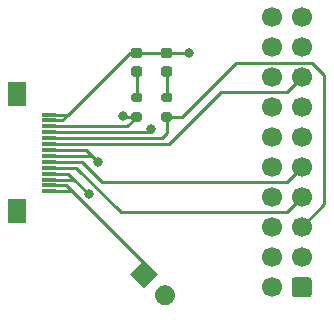
<source format=gbr>
%TF.GenerationSoftware,KiCad,Pcbnew,(5.1.10)-1*%
%TF.CreationDate,2021-06-11T22:20:09-04:00*%
%TF.ProjectId,Adapter,41646170-7465-4722-9e6b-696361645f70,rev?*%
%TF.SameCoordinates,Original*%
%TF.FileFunction,Copper,L1,Top*%
%TF.FilePolarity,Positive*%
%FSLAX46Y46*%
G04 Gerber Fmt 4.6, Leading zero omitted, Abs format (unit mm)*
G04 Created by KiCad (PCBNEW (5.1.10)-1) date 2021-06-11 22:20:09*
%MOMM*%
%LPD*%
G01*
G04 APERTURE LIST*
%TA.AperFunction,SMDPad,CuDef*%
%ADD10R,1.300000X0.300000*%
%TD*%
%TA.AperFunction,SMDPad,CuDef*%
%ADD11R,1.600000X2.000000*%
%TD*%
%TA.AperFunction,ComponentPad*%
%ADD12C,1.700000*%
%TD*%
%TA.AperFunction,ComponentPad*%
%ADD13C,0.100000*%
%TD*%
%TA.AperFunction,ViaPad*%
%ADD14C,0.800000*%
%TD*%
%TA.AperFunction,Conductor*%
%ADD15C,0.250000*%
%TD*%
G04 APERTURE END LIST*
D10*
%TO.P,J1,1*%
%TO.N,VDD*%
X134600000Y-97850000D03*
%TO.P,J1,2*%
X134600000Y-98350000D03*
%TO.P,J1,3*%
%TO.N,TXO*%
X134600000Y-98850000D03*
%TO.P,J1,4*%
%TO.N,SWO*%
X134600000Y-99350000D03*
%TO.P,J1,5*%
%TO.N,RXI*%
X134600000Y-99850000D03*
%TO.P,J1,6*%
%TO.N,RESET*%
X134600000Y-100350000D03*
%TO.P,J1,7*%
%TO.N,GND*%
X134600000Y-100850000D03*
%TO.P,J1,8*%
X134600000Y-101350000D03*
%TO.P,J1,9*%
%TO.N,SWDCLK*%
X134600000Y-101850000D03*
%TO.P,J1,10*%
%TO.N,SWDIO*%
X134600000Y-102350000D03*
%TO.P,J1,11*%
%TO.N,GND*%
X134600000Y-102850000D03*
%TO.P,J1,12*%
X134600000Y-103350000D03*
%TO.P,J1,13*%
%TO.N,+BATT*%
X134600000Y-103850000D03*
%TO.P,J1,14*%
X134600000Y-104350000D03*
D11*
%TO.P,J1,15*%
%TO.N,N/C*%
X131900000Y-96150000D03*
%TO.P,J1,16*%
X131900000Y-106050000D03*
%TD*%
D12*
%TO.P,J2,20*%
%TO.N,N/C*%
X153430000Y-89610000D03*
%TO.P,J2,18*%
X153430000Y-92150000D03*
%TO.P,J2,16*%
X153430000Y-94690000D03*
%TO.P,J2,14*%
X153430000Y-97230000D03*
%TO.P,J2,12*%
%TO.N,GND*%
X153430000Y-99770000D03*
%TO.P,J2,10*%
X153430000Y-102310000D03*
%TO.P,J2,8*%
X153430000Y-104850000D03*
%TO.P,J2,6*%
X153430000Y-107390000D03*
%TO.P,J2,4*%
X153430000Y-109930000D03*
%TO.P,J2,2*%
%TO.N,N/C*%
X153430000Y-112470000D03*
%TO.P,J2,19*%
%TO.N,+5V*%
X155970000Y-89610000D03*
%TO.P,J2,17*%
%TO.N,TXO*%
X155970000Y-92150000D03*
%TO.P,J2,15*%
%TO.N,RESET*%
X155970000Y-94690000D03*
%TO.P,J2,13*%
%TO.N,SWO*%
X155970000Y-97230000D03*
%TO.P,J2,11*%
%TO.N,N/C*%
X155970000Y-99770000D03*
%TO.P,J2,9*%
%TO.N,SWDCLK*%
X155970000Y-102310000D03*
%TO.P,J2,7*%
%TO.N,SWDIO*%
X155970000Y-104850000D03*
%TO.P,J2,5*%
%TO.N,RXI*%
X155970000Y-107390000D03*
%TO.P,J2,3*%
%TO.N,N/C*%
X155970000Y-109930000D03*
%TO.P,J2,1*%
%TO.N,VDD*%
%TA.AperFunction,ComponentPad*%
G36*
G01*
X156820000Y-111870000D02*
X156820000Y-113070000D01*
G75*
G02*
X156570000Y-113320000I-250000J0D01*
G01*
X155370000Y-113320000D01*
G75*
G02*
X155120000Y-113070000I0J250000D01*
G01*
X155120000Y-111870000D01*
G75*
G02*
X155370000Y-111620000I250000J0D01*
G01*
X156570000Y-111620000D01*
G75*
G02*
X156820000Y-111870000I0J-250000D01*
G01*
G37*
%TD.AperFunction*%
%TD*%
%TO.P,R2,2*%
%TO.N,TXO*%
%TA.AperFunction,SMDPad,CuDef*%
G36*
G01*
X141725000Y-97655000D02*
X142275000Y-97655000D01*
G75*
G02*
X142475000Y-97855000I0J-200000D01*
G01*
X142475000Y-98255000D01*
G75*
G02*
X142275000Y-98455000I-200000J0D01*
G01*
X141725000Y-98455000D01*
G75*
G02*
X141525000Y-98255000I0J200000D01*
G01*
X141525000Y-97855000D01*
G75*
G02*
X141725000Y-97655000I200000J0D01*
G01*
G37*
%TD.AperFunction*%
%TO.P,R2,1*%
%TO.N,Net-(D2-Pad1)*%
%TA.AperFunction,SMDPad,CuDef*%
G36*
G01*
X141725000Y-96005000D02*
X142275000Y-96005000D01*
G75*
G02*
X142475000Y-96205000I0J-200000D01*
G01*
X142475000Y-96605000D01*
G75*
G02*
X142275000Y-96805000I-200000J0D01*
G01*
X141725000Y-96805000D01*
G75*
G02*
X141525000Y-96605000I0J200000D01*
G01*
X141525000Y-96205000D01*
G75*
G02*
X141725000Y-96005000I200000J0D01*
G01*
G37*
%TD.AperFunction*%
%TD*%
%TO.P,R1,2*%
%TO.N,RXI*%
%TA.AperFunction,SMDPad,CuDef*%
G36*
G01*
X144265000Y-97655000D02*
X144815000Y-97655000D01*
G75*
G02*
X145015000Y-97855000I0J-200000D01*
G01*
X145015000Y-98255000D01*
G75*
G02*
X144815000Y-98455000I-200000J0D01*
G01*
X144265000Y-98455000D01*
G75*
G02*
X144065000Y-98255000I0J200000D01*
G01*
X144065000Y-97855000D01*
G75*
G02*
X144265000Y-97655000I200000J0D01*
G01*
G37*
%TD.AperFunction*%
%TO.P,R1,1*%
%TO.N,Net-(D1-Pad1)*%
%TA.AperFunction,SMDPad,CuDef*%
G36*
G01*
X144265000Y-96005000D02*
X144815000Y-96005000D01*
G75*
G02*
X145015000Y-96205000I0J-200000D01*
G01*
X145015000Y-96605000D01*
G75*
G02*
X144815000Y-96805000I-200000J0D01*
G01*
X144265000Y-96805000D01*
G75*
G02*
X144065000Y-96605000I0J200000D01*
G01*
X144065000Y-96205000D01*
G75*
G02*
X144265000Y-96005000I200000J0D01*
G01*
G37*
%TD.AperFunction*%
%TD*%
%TO.P,JP1,2*%
%TO.N,+5V*%
%TA.AperFunction,ComponentPad*%
G36*
G01*
X143795010Y-113747092D02*
X143795010Y-113747092D01*
G75*
G02*
X143795010Y-112545010I601041J601041D01*
G01*
X143795010Y-112545010D01*
G75*
G02*
X144997092Y-112545010I601041J-601041D01*
G01*
X144997092Y-112545010D01*
G75*
G02*
X144997092Y-113747092I-601041J-601041D01*
G01*
X144997092Y-113747092D01*
G75*
G02*
X143795010Y-113747092I-601041J601041D01*
G01*
G37*
%TD.AperFunction*%
%TA.AperFunction,ComponentPad*%
D13*
%TO.P,JP1,1*%
%TO.N,+BATT*%
G36*
X142600000Y-112552082D02*
G01*
X141397918Y-111350000D01*
X142600000Y-110147918D01*
X143802082Y-111350000D01*
X142600000Y-112552082D01*
G37*
%TD.AperFunction*%
%TD*%
%TO.P,D2,2*%
%TO.N,VDD*%
%TA.AperFunction,SMDPad,CuDef*%
G36*
G01*
X142256250Y-93070000D02*
X141743750Y-93070000D01*
G75*
G02*
X141525000Y-92851250I0J218750D01*
G01*
X141525000Y-92413750D01*
G75*
G02*
X141743750Y-92195000I218750J0D01*
G01*
X142256250Y-92195000D01*
G75*
G02*
X142475000Y-92413750I0J-218750D01*
G01*
X142475000Y-92851250D01*
G75*
G02*
X142256250Y-93070000I-218750J0D01*
G01*
G37*
%TD.AperFunction*%
%TO.P,D2,1*%
%TO.N,Net-(D2-Pad1)*%
%TA.AperFunction,SMDPad,CuDef*%
G36*
G01*
X142256250Y-94645000D02*
X141743750Y-94645000D01*
G75*
G02*
X141525000Y-94426250I0J218750D01*
G01*
X141525000Y-93988750D01*
G75*
G02*
X141743750Y-93770000I218750J0D01*
G01*
X142256250Y-93770000D01*
G75*
G02*
X142475000Y-93988750I0J-218750D01*
G01*
X142475000Y-94426250D01*
G75*
G02*
X142256250Y-94645000I-218750J0D01*
G01*
G37*
%TD.AperFunction*%
%TD*%
%TO.P,D1,2*%
%TO.N,VDD*%
%TA.AperFunction,SMDPad,CuDef*%
G36*
G01*
X144796250Y-93070000D02*
X144283750Y-93070000D01*
G75*
G02*
X144065000Y-92851250I0J218750D01*
G01*
X144065000Y-92413750D01*
G75*
G02*
X144283750Y-92195000I218750J0D01*
G01*
X144796250Y-92195000D01*
G75*
G02*
X145015000Y-92413750I0J-218750D01*
G01*
X145015000Y-92851250D01*
G75*
G02*
X144796250Y-93070000I-218750J0D01*
G01*
G37*
%TD.AperFunction*%
%TO.P,D1,1*%
%TO.N,Net-(D1-Pad1)*%
%TA.AperFunction,SMDPad,CuDef*%
G36*
G01*
X144796250Y-94645000D02*
X144283750Y-94645000D01*
G75*
G02*
X144065000Y-94426250I0J218750D01*
G01*
X144065000Y-93988750D01*
G75*
G02*
X144283750Y-93770000I218750J0D01*
G01*
X144796250Y-93770000D01*
G75*
G02*
X145015000Y-93988750I0J-218750D01*
G01*
X145015000Y-94426250D01*
G75*
G02*
X144796250Y-94645000I-218750J0D01*
G01*
G37*
%TD.AperFunction*%
%TD*%
D14*
%TO.N,VDD*%
X146450000Y-92650000D03*
%TO.N,TXO*%
X140850000Y-98000000D03*
%TO.N,SWO*%
X143250000Y-99100000D03*
%TO.N,GND*%
X137950000Y-104600000D03*
X138750000Y-101900000D03*
%TD*%
D15*
%TO.N,VDD*%
X134600000Y-97850000D02*
X136200000Y-97850000D01*
X141417500Y-92632500D02*
X142000000Y-92632500D01*
X136200000Y-97850000D02*
X141417500Y-92632500D01*
X142000000Y-92632500D02*
X144540000Y-92632500D01*
X135700000Y-98350000D02*
X136200000Y-97850000D01*
X134600000Y-98350000D02*
X135700000Y-98350000D01*
X146432500Y-92632500D02*
X146450000Y-92650000D01*
X144540000Y-92632500D02*
X146432500Y-92632500D01*
%TO.N,Net-(D1-Pad1)*%
X144540000Y-94207500D02*
X144540000Y-96405000D01*
%TO.N,Net-(D2-Pad1)*%
X142000000Y-94207500D02*
X142000000Y-96405000D01*
%TO.N,TXO*%
X141205000Y-98850000D02*
X142000000Y-98055000D01*
X134600000Y-98850000D02*
X141205000Y-98850000D01*
X140905000Y-98055000D02*
X142000000Y-98055000D01*
X140850000Y-98000000D02*
X140905000Y-98055000D01*
%TO.N,SWO*%
X143150000Y-99350000D02*
X134600000Y-99350000D01*
X143300000Y-99350000D02*
X143150000Y-99350000D01*
X143250000Y-98950000D02*
X143300000Y-99350000D01*
%TO.N,RXI*%
X134600000Y-99850000D02*
X144100000Y-99850000D01*
X144540000Y-99410000D02*
X144100000Y-99850000D01*
X144540000Y-98055000D02*
X144540000Y-99410000D01*
X144540000Y-98055000D02*
X145795000Y-98055000D01*
X145795000Y-98055000D02*
X150400000Y-93450000D01*
X150400000Y-93450000D02*
X156850000Y-93450000D01*
X156850000Y-93450000D02*
X157900000Y-94500000D01*
X157900000Y-105460000D02*
X155970000Y-107390000D01*
X157900000Y-94500000D02*
X157900000Y-105460000D01*
%TO.N,RESET*%
X134600000Y-100350000D02*
X144700000Y-100350000D01*
X144700000Y-100350000D02*
X149100000Y-95950000D01*
X154710000Y-95950000D02*
X155970000Y-94690000D01*
X149100000Y-95950000D02*
X154710000Y-95950000D01*
%TO.N,GND*%
X134600000Y-103350000D02*
X136700000Y-103350000D01*
X136700000Y-103350000D02*
X137950000Y-104600000D01*
X136200000Y-102850000D02*
X136700000Y-103350000D01*
X134600000Y-102850000D02*
X136200000Y-102850000D01*
X138200000Y-101350000D02*
X138750000Y-101900000D01*
X134600000Y-101350000D02*
X138200000Y-101350000D01*
X137700000Y-100850000D02*
X138200000Y-101350000D01*
X134600000Y-100850000D02*
X137700000Y-100850000D01*
%TO.N,SWDCLK*%
X134600000Y-101850000D02*
X137350000Y-101850000D01*
X137350000Y-101850000D02*
X139050000Y-103550000D01*
X154730000Y-103550000D02*
X155970000Y-102310000D01*
X139050000Y-103550000D02*
X154730000Y-103550000D01*
%TO.N,SWDIO*%
X134600000Y-102350000D02*
X136900000Y-102350000D01*
X136900000Y-102350000D02*
X140650000Y-106100000D01*
X154720000Y-106100000D02*
X155970000Y-104850000D01*
X140650000Y-106100000D02*
X154720000Y-106100000D01*
%TO.N,+BATT*%
X134600000Y-104350000D02*
X136550000Y-104350000D01*
X142600000Y-110400000D02*
X142600000Y-111350000D01*
X136550000Y-104350000D02*
X142600000Y-110400000D01*
X136050000Y-103850000D02*
X136550000Y-104350000D01*
X134600000Y-103850000D02*
X136050000Y-103850000D01*
%TD*%
M02*

</source>
